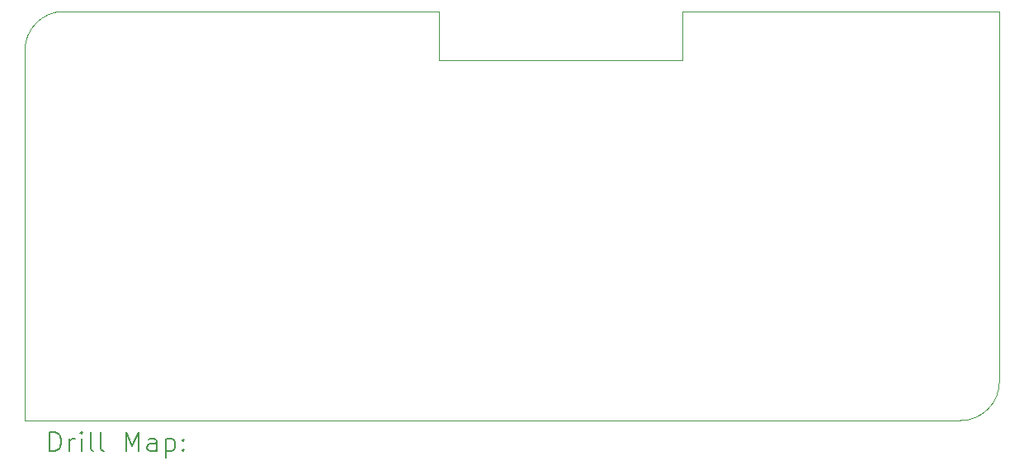
<source format=gbr>
%TF.GenerationSoftware,KiCad,Pcbnew,7.0.10-7.0.10~ubuntu22.04.1*%
%TF.CreationDate,2024-03-26T22:09:04+01:00*%
%TF.ProjectId,hackbat,6861636b-6261-4742-9e6b-696361645f70,rev?*%
%TF.SameCoordinates,Original*%
%TF.FileFunction,Drillmap*%
%TF.FilePolarity,Positive*%
%FSLAX45Y45*%
G04 Gerber Fmt 4.5, Leading zero omitted, Abs format (unit mm)*
G04 Created by KiCad (PCBNEW 7.0.10-7.0.10~ubuntu22.04.1) date 2024-03-26 22:09:04*
%MOMM*%
%LPD*%
G01*
G04 APERTURE LIST*
%ADD10C,0.100000*%
%ADD11C,0.200000*%
G04 APERTURE END LIST*
D10*
X18600000Y-10200000D02*
X9000000Y-10200000D01*
X13250000Y-6000000D02*
X13250000Y-6500000D01*
X19000000Y-6000000D02*
X19000000Y-9800000D01*
X15750000Y-6000000D02*
X15750000Y-6500000D01*
X9400000Y-6000000D02*
X13250000Y-6000000D01*
X9000000Y-10200000D02*
X9000000Y-6400000D01*
X18600000Y-10200000D02*
G75*
G03*
X19000000Y-9800000I0J400000D01*
G01*
X13250000Y-6500000D02*
X15750000Y-6500000D01*
X9400000Y-6000000D02*
G75*
G03*
X9000000Y-6400000I0J-400000D01*
G01*
X15750000Y-6000000D02*
X19000000Y-6000000D01*
D11*
X9255777Y-10516484D02*
X9255777Y-10316484D01*
X9255777Y-10316484D02*
X9303396Y-10316484D01*
X9303396Y-10316484D02*
X9331967Y-10326008D01*
X9331967Y-10326008D02*
X9351015Y-10345055D01*
X9351015Y-10345055D02*
X9360539Y-10364103D01*
X9360539Y-10364103D02*
X9370063Y-10402198D01*
X9370063Y-10402198D02*
X9370063Y-10430770D01*
X9370063Y-10430770D02*
X9360539Y-10468865D01*
X9360539Y-10468865D02*
X9351015Y-10487912D01*
X9351015Y-10487912D02*
X9331967Y-10506960D01*
X9331967Y-10506960D02*
X9303396Y-10516484D01*
X9303396Y-10516484D02*
X9255777Y-10516484D01*
X9455777Y-10516484D02*
X9455777Y-10383150D01*
X9455777Y-10421246D02*
X9465301Y-10402198D01*
X9465301Y-10402198D02*
X9474824Y-10392674D01*
X9474824Y-10392674D02*
X9493872Y-10383150D01*
X9493872Y-10383150D02*
X9512920Y-10383150D01*
X9579586Y-10516484D02*
X9579586Y-10383150D01*
X9579586Y-10316484D02*
X9570063Y-10326008D01*
X9570063Y-10326008D02*
X9579586Y-10335531D01*
X9579586Y-10335531D02*
X9589110Y-10326008D01*
X9589110Y-10326008D02*
X9579586Y-10316484D01*
X9579586Y-10316484D02*
X9579586Y-10335531D01*
X9703396Y-10516484D02*
X9684348Y-10506960D01*
X9684348Y-10506960D02*
X9674824Y-10487912D01*
X9674824Y-10487912D02*
X9674824Y-10316484D01*
X9808158Y-10516484D02*
X9789110Y-10506960D01*
X9789110Y-10506960D02*
X9779586Y-10487912D01*
X9779586Y-10487912D02*
X9779586Y-10316484D01*
X10036729Y-10516484D02*
X10036729Y-10316484D01*
X10036729Y-10316484D02*
X10103396Y-10459341D01*
X10103396Y-10459341D02*
X10170063Y-10316484D01*
X10170063Y-10316484D02*
X10170063Y-10516484D01*
X10351015Y-10516484D02*
X10351015Y-10411722D01*
X10351015Y-10411722D02*
X10341491Y-10392674D01*
X10341491Y-10392674D02*
X10322444Y-10383150D01*
X10322444Y-10383150D02*
X10284348Y-10383150D01*
X10284348Y-10383150D02*
X10265301Y-10392674D01*
X10351015Y-10506960D02*
X10331967Y-10516484D01*
X10331967Y-10516484D02*
X10284348Y-10516484D01*
X10284348Y-10516484D02*
X10265301Y-10506960D01*
X10265301Y-10506960D02*
X10255777Y-10487912D01*
X10255777Y-10487912D02*
X10255777Y-10468865D01*
X10255777Y-10468865D02*
X10265301Y-10449817D01*
X10265301Y-10449817D02*
X10284348Y-10440293D01*
X10284348Y-10440293D02*
X10331967Y-10440293D01*
X10331967Y-10440293D02*
X10351015Y-10430770D01*
X10446253Y-10383150D02*
X10446253Y-10583150D01*
X10446253Y-10392674D02*
X10465301Y-10383150D01*
X10465301Y-10383150D02*
X10503396Y-10383150D01*
X10503396Y-10383150D02*
X10522444Y-10392674D01*
X10522444Y-10392674D02*
X10531967Y-10402198D01*
X10531967Y-10402198D02*
X10541491Y-10421246D01*
X10541491Y-10421246D02*
X10541491Y-10478389D01*
X10541491Y-10478389D02*
X10531967Y-10497436D01*
X10531967Y-10497436D02*
X10522444Y-10506960D01*
X10522444Y-10506960D02*
X10503396Y-10516484D01*
X10503396Y-10516484D02*
X10465301Y-10516484D01*
X10465301Y-10516484D02*
X10446253Y-10506960D01*
X10627205Y-10497436D02*
X10636729Y-10506960D01*
X10636729Y-10506960D02*
X10627205Y-10516484D01*
X10627205Y-10516484D02*
X10617682Y-10506960D01*
X10617682Y-10506960D02*
X10627205Y-10497436D01*
X10627205Y-10497436D02*
X10627205Y-10516484D01*
X10627205Y-10392674D02*
X10636729Y-10402198D01*
X10636729Y-10402198D02*
X10627205Y-10411722D01*
X10627205Y-10411722D02*
X10617682Y-10402198D01*
X10617682Y-10402198D02*
X10627205Y-10392674D01*
X10627205Y-10392674D02*
X10627205Y-10411722D01*
M02*

</source>
